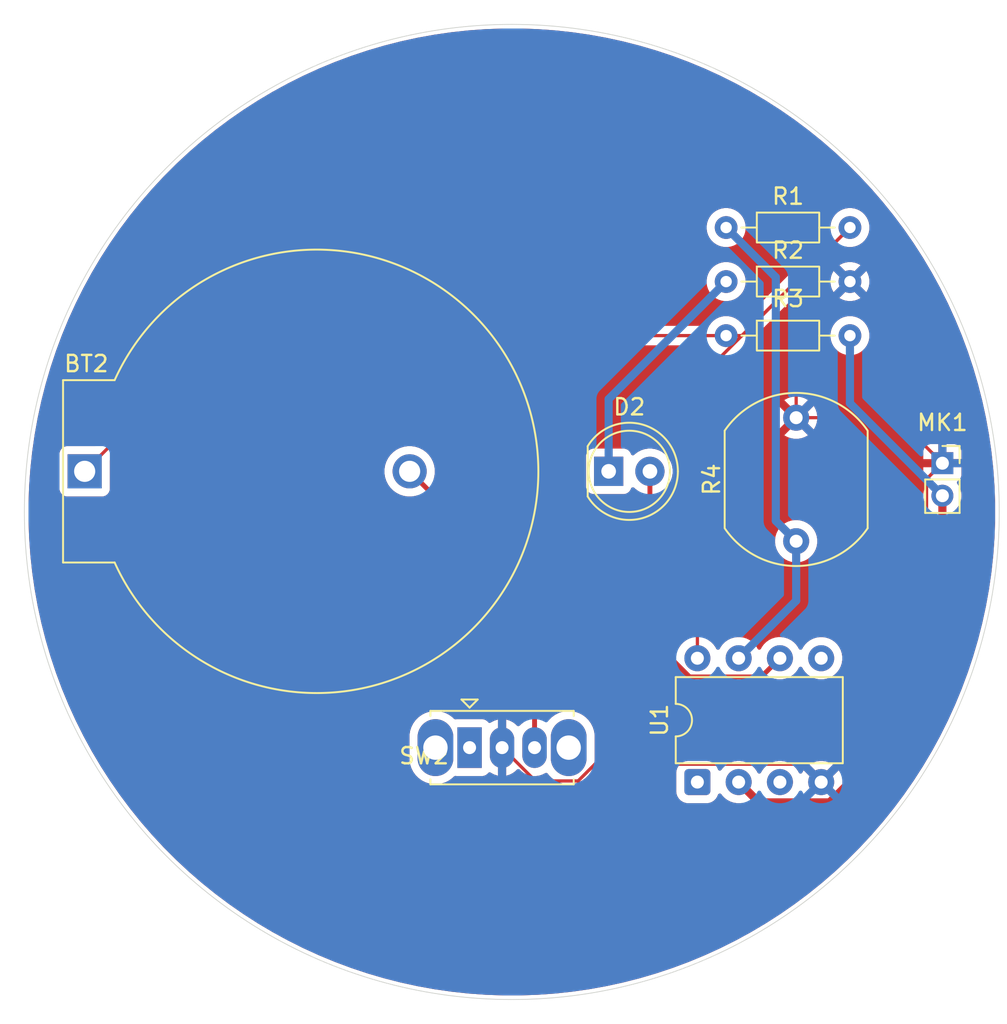
<source format=kicad_pcb>
(kicad_pcb (version 20241229) (generator "pcbnew") (generator_version "9.0")
  (layers (0 "F.Cu" signal) (2 "B.Cu" signal) (13 "F.Paste" user) (15 "B.Paste" user) (5 "F.SilkS" user "F.Silkscreen") (7 "B.SilkS" user "B.Silkscreen") (1 "F.Mask" user) (3 "B.Mask" user) (25 "Edge.Cuts" user))
  (net 0 "")
  (net 1 "+3.3V")
  (net 2 "Net-(BT2--)")
  (net 3 "Net-(D2-K)")
  (net 4 "/<NO NET>")
  (net 5 "/MIC")
  (net 6 "GND")
  (net 7 "/LDR")
  (footprint "OptoDevice:R_LDR_10x8.5mm_P7.6mm_Vertical" (layer "F.Cu") (at 177 91.8 90)
    (property "Reference" "R4" (at 3.8 -5.2 90) (layer "F.SilkS"))
    (property "Value" "5mm LDR")
    (fp_line (start 0.8 -4.4) (end 6.8 -4.4) (stroke (width 0.12)) (layer "F.SilkS"))
    (fp_line (start 0.8 4.4) (end 6.8 4.4) (stroke (width 0.12)) (layer "F.SilkS"))
    (fp_arc (start 6.8 -4.4) (mid 9.125374 -0.019809) (end 6.83265 4.37756) (stroke (width 0.12)) (layer "F.SilkS"))
    (fp_arc (start 0.8 4.4) (mid -1.525374 0.019809) (end 0.76735 -4.37756) (stroke (width 0.12)) (layer "F.SilkS"))
    (pad "1" thru_hole circle (at 0 0 90) (size 1.6 1.6) (drill 0.8) (layers "*.Cu" "*.Mask") (net 7 "/LDR"))
    (pad "2" thru_hole circle (at 7.6 0 90) (size 1.6 1.6) (drill 0.8) (layers "*.Cu" "*.Mask") (net 6 "GND"))
  )
  (footprint "Battery:BatteryHolder_ComfortableElectronic_CH273-2450_1x2450" (layer "F.Cu") (at 133.210914 87.5)
    (property "Reference" "BT2" (at 0.1 -6.62 0) (layer "F.SilkS"))
    (property "Value" "3.3v cell")
    (fp_line (start -1.33 -5.61) (end 1.845 -5.61) (stroke (width 0.12)) (layer "F.SilkS"))
    (fp_line (start -1.33 5.61) (end -1.33 -5.61) (stroke (width 0.12)) (layer "F.SilkS"))
    (fp_line (start 1.845 5.61) (end -1.33 5.61) (stroke (width 0.12)) (layer "F.SilkS"))
    (fp_arc (start 1.845 -5.61) (mid 27.921896 0) (end 1.845 5.61) (stroke (width 0.12)) (layer "F.SilkS"))
    (pad "1" thru_hole rect (at 0 0 270) (size 2.1 2.1) (drill 1.3) (layers "*.Cu" "*.Mask") (net 1 "+3.3V"))
    (pad "2" thru_hole circle (at 20 0 270) (size 2.1 2.1) (drill 1.3) (layers "*.Cu" "*.Mask") (net 2 "Net-(BT2--)"))
  )
  (footprint "Resistor_THT:R_Axial_DIN0204_L3.6mm_D1.6mm_P7.62mm_Horizontal" (layer "F.Cu") (at 172.69 79.15)
    (property "Reference" "R3" (at 3.81 -2.27 0) (layer "F.SilkS"))
    (property "Value" "5.6K")
    (fp_line (start 0.94 0) (end 1.89 0) (stroke (width 0.12)) (layer "F.SilkS"))
    (fp_line (start 6.68 0) (end 5.73 0) (stroke (width 0.12)) (layer "F.SilkS"))
    (fp_rect (start 1.89 -0.92) (end 5.73 0.92) (stroke (width 0.12)) (fill no) (layer "F.SilkS"))
    (pad "1" thru_hole circle (at 0 0) (size 1.4 1.4) (drill 0.7) (layers "*.Cu" "*.Mask") (net 1 "+3.3V"))
    (pad "2" thru_hole circle (at 7.62 0) (size 1.4 1.4) (drill 0.7) (layers "*.Cu" "*.Mask") (net 5 "/MIC"))
  )
  (footprint "Button_Switch_THT:SW_Slide_SPDT_Straight_CK_OS102011MS2Q" (layer "F.Cu") (at 156.9 104.5)
    (property "Reference" "SW2" (at -2.799086 0.51 0) (layer "F.SilkS"))
    (property "Value" "SW_SPDT")
    (fp_line (start -2.41 -2.26) (end 6.41 -2.26) (stroke (width 0.12)) (layer "F.SilkS"))
    (fp_line (start -2.41 -1.95) (end -2.41 -2.26) (stroke (width 0.12)) (layer "F.SilkS"))
    (fp_line (start -2.41 2.26) (end -2.41 1.95) (stroke (width 0.12)) (layer "F.SilkS"))
    (fp_line (start -0.5 -2.96) (end 0 -2.46) (stroke (width 0.12)) (layer "F.SilkS"))
    (fp_line (start 0 -2.46) (end 0.5 -2.96) (stroke (width 0.12)) (layer "F.SilkS"))
    (fp_line (start 0.5 -2.96) (end -0.5 -2.96) (stroke (width 0.12)) (layer "F.SilkS"))
    (fp_line (start 6.41 -2.26) (end 6.41 -1.95) (stroke (width 0.12)) (layer "F.SilkS"))
    (fp_line (start 6.41 2.26) (end -2.41 2.26) (stroke (width 0.12)) (layer "F.SilkS"))
    (fp_line (start 6.41 2.26) (end 6.41 1.95) (stroke (width 0.12)) (layer "F.SilkS"))
    (pad "" thru_hole oval (at -2.1 0) (size 2.2 3.5) (drill 1.5) (layers "*.Cu" "*.Mask"))
    (pad "" thru_hole oval (at 6.1 0) (size 2.2 3.5) (drill 1.5) (layers "*.Cu" "*.Mask"))
    (pad "1" thru_hole rect (at 0 0) (size 1.5 2.5) (drill 0.8) (layers "*.Cu" "*.Mask"))
    (pad "2" thru_hole oval (at 2 0) (size 1.5 2.5) (drill 0.8) (layers "*.Cu" "*.Mask") (net 6 "GND"))
    (pad "3" thru_hole oval (at 4 0) (size 1.5 2.5) (drill 0.8) (layers "*.Cu" "*.Mask") (net 2 "Net-(BT2--)"))
  )
  (footprint "Package_DIP:DIP-8_W7.62mm" (layer "F.Cu") (at 170.92 106.62 90)
    (property "Reference" "U1" (at 3.81 -2.33 90) (layer "F.SilkS"))
    (property "Value" "ATtiny85V-10P")
    (fp_line (start 6.46 -1.33) (end 4.81 -1.33) (stroke (width 0.12)) (layer "F.SilkS"))
    (fp_line (start 2.81 -1.33) (end 1.16 -1.33) (stroke (width 0.12)) (layer "F.SilkS"))
    (fp_line (start 1.16 -1.33) (end 1.16 8.95) (stroke (width 0.12)) (layer "F.SilkS"))
    (fp_line (start 6.46 8.95) (end 6.46 -1.33) (stroke (width 0.12)) (layer "F.SilkS"))
    (fp_line (start 1.16 8.95) (end 6.46 8.95) (stroke (width 0.12)) (layer "F.SilkS"))
    (fp_arc (start 4.81 -1.33) (mid 3.81 -0.33) (end 2.81 -1.33) (stroke (width 0.12)) (layer "F.SilkS"))
    (pad "1" thru_hole roundrect (at 0 0 90) (size 1.6 1.6) (drill 0.8) (layers "*.Cu" "*.Mask") (roundrect_rratio 0.15625))
    (pad "2" thru_hole circle (at 0 2.54 90) (size 1.6 1.6) (drill 0.8) (layers "*.Cu" "*.Mask") (net 5 "/MIC"))
    (pad "3" thru_hole circle (at 0 5.08 90) (size 1.6 1.6) (drill 0.8) (layers "*.Cu" "*.Mask"))
    (pad "4" thru_hole circle (at 0 7.62 90) (size 1.6 1.6) (drill 0.8) (layers "*.Cu" "*.Mask") (net 6 "GND"))
    (pad "5" thru_hole circle (at 7.62 7.62 90) (size 1.6 1.6) (drill 0.8) (layers "*.Cu" "*.Mask"))
    (pad "6" thru_hole circle (at 7.62 5.08 90) (size 1.6 1.6) (drill 0.8) (layers "*.Cu" "*.Mask") (net 4 "/<NO NET>"))
    (pad "7" thru_hole circle (at 7.62 2.54 90) (size 1.6 1.6) (drill 0.8) (layers "*.Cu" "*.Mask") (net 7 "/LDR"))
    (pad "8" thru_hole circle (at 7.62 0 90) (size 1.6 1.6) (drill 0.8) (layers "*.Cu" "*.Mask") (net 1 "+3.3V"))
  )
  (footprint "Resistor_THT:R_Axial_DIN0204_L3.6mm_D1.6mm_P7.62mm_Horizontal" (layer "F.Cu") (at 172.69 72.5)
    (property "Reference" "R1" (at 3.81 -1.92 0) (layer "F.SilkS"))
    (property "Value" "10K")
    (fp_line (start 0.94 0) (end 1.89 0) (stroke (width 0.12)) (layer "F.SilkS"))
    (fp_line (start 6.68 0) (end 5.73 0) (stroke (width 0.12)) (layer "F.SilkS"))
    (fp_rect (start 1.89 -0.92) (end 5.73 0.92) (stroke (width 0.12)) (fill no) (layer "F.SilkS"))
    (pad "1" thru_hole circle (at 0 0) (size 1.4 1.4) (drill 0.7) (layers "*.Cu" "*.Mask") (net 7 "/LDR"))
    (pad "2" thru_hole circle (at 7.62 0) (size 1.4 1.4) (drill 0.7) (layers "*.Cu" "*.Mask") (net 1 "+3.3V"))
  )
  (footprint "Resistor_THT:R_Axial_DIN0204_L3.6mm_D1.6mm_P7.62mm_Horizontal" (layer "F.Cu") (at 172.69 75.825)
    (property "Reference" "R2" (at 3.81 -1.92 0) (layer "F.SilkS"))
    (property "Value" "470R")
    (fp_line (start 0.94 0) (end 1.89 0) (stroke (width 0.12)) (layer "F.SilkS"))
    (fp_line (start 6.68 0) (end 5.73 0) (stroke (width 0.12)) (layer "F.SilkS"))
    (fp_rect (start 1.89 -0.92) (end 5.73 0.92) (stroke (width 0.12)) (fill no) (layer "F.SilkS"))
    (pad "1" thru_hole circle (at 0 0) (size 1.4 1.4) (drill 0.7) (layers "*.Cu" "*.Mask") (net 3 "Net-(D2-K)"))
    (pad "2" thru_hole circle (at 7.62 0) (size 1.4 1.4) (drill 0.7) (layers "*.Cu" "*.Mask") (net 6 "GND"))
  )
  (footprint "LED_THT:LED_D5.0mm" (layer "F.Cu") (at 165.46 87.5)
    (property "Reference" "D2" (at 1.27 -3.96 0) (layer "F.SilkS"))
    (property "Value" "5mm YELLOW LED")
    (fp_line (start -1.29 -1.545) (end -1.29 1.545) (stroke (width 0.12)) (layer "F.SilkS"))
    (fp_arc (start -1.29 -1.54483) (mid 2.071779 -2.880495) (end 4.26 0) (stroke (width 0.12)) (layer "F.SilkS"))
    (fp_arc (start 4.26 0) (mid 2.071779 2.880495) (end -1.29 1.54483) (stroke (width 0.12)) (layer "F.SilkS"))
    (fp_circle (center 1.27 0) (end 3.77 0) (stroke (width 0.12)) (fill no) (layer "F.SilkS"))
    (pad "1" thru_hole rect (at 0 0) (size 1.8 1.8) (drill 0.9) (layers "*.Cu" "*.Mask") (net 3 "Net-(D2-K)"))
    (pad "2" thru_hole circle (at 2.54 0) (size 1.8 1.8) (drill 0.9) (layers "*.Cu" "*.Mask") (net 4 "/<NO NET>"))
  )
  (footprint "Connector_PinSocket_2.00mm:PinSocket_1x02_P2.00mm_Vertical" (layer "F.Cu") (at 186 87)
    (property "Reference" "MK1" (at 0 -2.5 0) (layer "F.SilkS"))
    (property "Value" "Microphone_Condenser")
    (fp_line (start -1.06 1) (end -1.06 3.06) (stroke (width 0.12)) (layer "F.SilkS"))
    (fp_line (start -1.06 1) (end 1.06 1) (stroke (width 0.12)) (layer "F.SilkS"))
    (fp_line (start -1.06 3.06) (end 1.06 3.06) (stroke (width 0.12)) (layer "F.SilkS"))
    (fp_line (start 0 -1.06) (end 1.06 -1.06) (stroke (width 0.12)) (layer "F.SilkS"))
    (fp_line (start 1.06 -1.06) (end 1.06 0) (stroke (width 0.12)) (layer "F.SilkS"))
    (fp_line (start 1.06 1) (end 1.06 3.06) (stroke (width 0.12)) (layer "F.SilkS"))
    (pad "1" thru_hole rect (at 0 0) (size 1.35 1.35) (drill 0.8) (layers "*.Cu" "*.Mask") (net 6 "GND"))
    (pad "2" thru_hole circle (at 0 2) (size 1.35 1.35) (drill 0.8) (layers "*.Cu" "*.Mask") (net 5 "/MIC"))
  )
  (gr_circle (center 159.5 90) (end 189.5 90) (stroke (width 0.05)) (fill no) (layer "Edge.Cuts"))
  (segment (start 141.560914 79.15) (end 172.69 79.15) (width 0.2) (layer "F.Cu") (net 1))
  (segment (start 133.210914 87.5) (end 141.560914 79.15) (width 0.2) (layer "F.Cu") (net 1))
  (segment (start 173.66 79.15) (end 180.31 72.5) (width 0.2) (layer "F.Cu") (net 1))
  (segment (start 170.92 81.89) (end 170.92 99) (width 0.2) (layer "F.Cu") (net 1))
  (segment (start 172.69 79.15) (end 173.66 79.15) (width 0.2) (layer "F.Cu") (net 1))
  (segment (start 180.31 72.5) (end 170.92 81.89) (width 0.2) (layer "F.Cu") (net 1))
  (segment (start 160.9 104.5) (end 160.9 95.189086) (width 0.3) (layer "F.Cu") (net 2))
  (segment (start 160.9 95.189086) (end 153.210914 87.5) (width 0.3) (layer "F.Cu") (net 2))
  (segment (start 165.46 83.055) (end 172.69 75.825) (width 0.5) (layer "B.Cu") (net 3))
  (segment (start 165.46 87.5) (end 165.46 83.055) (width 0.5) (layer "B.Cu") (net 3))
  (segment (start 176 99) (end 174.849 100.151) (width 0.3) (layer "F.Cu") (net 4))
  (segment (start 174.849 100.151) (end 170.44324 100.151) (width 0.3) (layer "F.Cu") (net 4))
  (segment (start 170.44324 100.151) (end 168 97.70776) (width 0.3) (layer "F.Cu") (net 4))
  (segment (start 168 97.70776) (end 168 87.5) (width 0.3) (layer "F.Cu") (net 4))
  (segment (start 179.058182 107.871) (end 186 100.929182) (width 0.5) (layer "F.Cu") (net 5))
  (segment (start 174.711 107.871) (end 179.058182 107.871) (width 0.5) (layer "F.Cu") (net 5))
  (segment (start 186 100.929182) (end 186 89) (width 0.5) (layer "F.Cu") (net 5))
  (segment (start 173.46 106.62) (end 174.711 107.871) (width 0.5) (layer "F.Cu") (net 5))
  (segment (start 186 89) (end 180.31 83.31) (width 0.5) (layer "B.Cu") (net 5))
  (segment (start 180.31 83.31) (end 180.31 79.15) (width 0.5) (layer "B.Cu") (net 5))
  (segment (start 164.612313 105.519) (end 163.580313 106.551) (width 0.2) (layer "F.Cu") (net 6))
  (segment (start 160.951 106.551) (end 158.9 104.5) (width 0.2) (layer "F.Cu") (net 6))
  (segment (start 163.580313 106.551) (end 160.951 106.551) (width 0.2) (layer "F.Cu") (net 6))
  (segment (start 185.024 100.136) (end 178.54 106.62) (width 0.2) (layer "F.Cu") (net 6))
  (segment (start 185.024 87.976) (end 185.024 100.136) (width 0.2) (layer "F.Cu") (net 6))
  (segment (start 177 84.2) (end 177 79.135) (width 0.2) (layer "F.Cu") (net 6))
  (segment (start 177 84.2) (end 183.2 84.2) (width 0.2) (layer "F.Cu") (net 6))
  (segment (start 186 87) (end 185.024 87.976) (width 0.2) (layer "F.Cu") (net 6))
  (segment (start 177 79.135) (end 180.31 75.825) (width 0.2) (layer "F.Cu") (net 6))
  (segment (start 177.519 105.519) (end 164.612313 105.519) (width 0.2) (layer "F.Cu") (net 6))
  (segment (start 178.5 106.5) (end 177.519 105.519) (width 0.2) (layer "F.Cu") (net 6))
  (segment (start 178.54 106.62) (end 178.5 106.58) (width 0.2) (layer "F.Cu") (net 6))
  (segment (start 178.5 106.58) (end 178.5 106.5) (width 0.2) (layer "F.Cu") (net 6))
  (segment (start 183.2 84.2) (end 186 87) (width 0.2) (layer "F.Cu") (net 6))
  (segment (start 186 87) (end 186.5 87.5) (width 0.2) (layer "B.Cu") (net 6))
  (segment (start 175.749 90.549) (end 175.749 75.559) (width 0.5) (layer "B.Cu") (net 7))
  (segment (start 177 91.8) (end 175.749 90.549) (width 0.5) (layer "B.Cu") (net 7))
  (segment (start 175.749 75.559) (end 172.69 72.5) (width 0.5) (layer "B.Cu") (net 7))
  (segment (start 177 91.8) (end 177 95.46) (width 0.5) (layer "B.Cu") (net 7))
  (segment (start 177 95.46) (end 173.46 99) (width 0.5) (layer "B.Cu") (net 7))
  (zone (net 6) (net_name "GND") (layers "F.Cu" "B.Cu") (connect_pads (clearance 0.5)) (min_thickness 0.25) (fill yes (thermal_gap 0.5) (thermal_bridge_width 0.5))
    (polygon (pts (xy 131 77) (xy 142 63) (xy 158 58.5) (xy 180.5 64) (xy 190 81) (xy 190 101.5) (xy 179 116) (xy 162.5 121.5) (xy 143.5 118.5) (xy 129 101.5) (xy 128 81)))
  )
)
</source>
